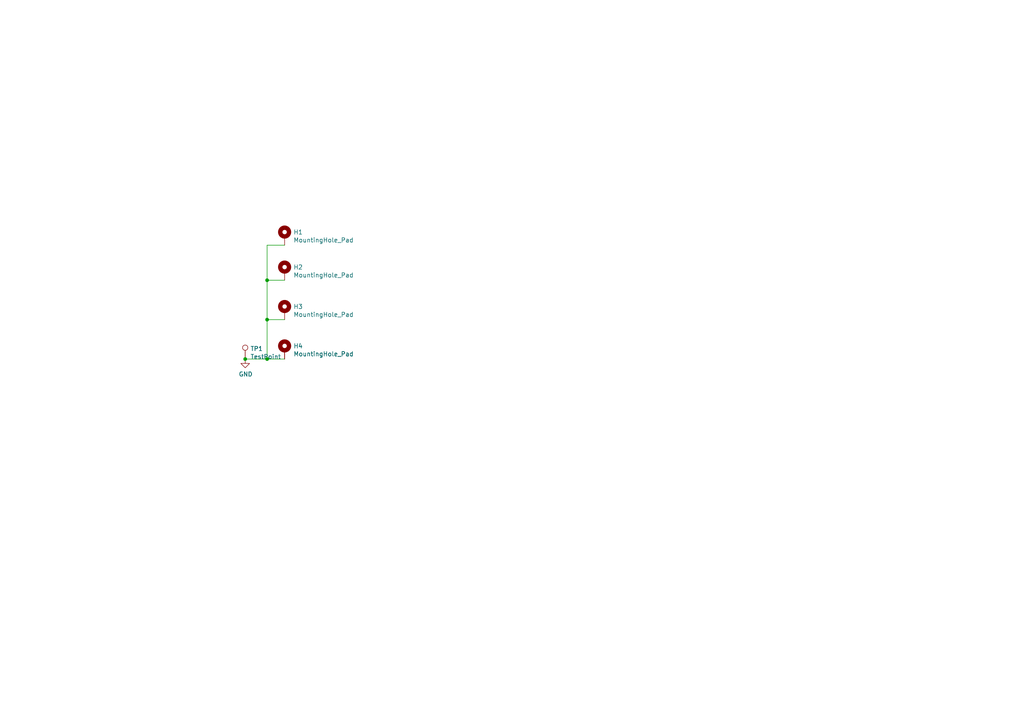
<source format=kicad_sch>
(kicad_sch (version 20230121) (generator eeschema)
  (paper "A4")
  (lib_symbols
    (symbol "Connector:TestPoint" (pin_numbers hide) (pin_names (offset 0.762) hide)
      (property "Reference" "TP" (at 0 6.858 0))
      (property "Value" "TestPoint" (at 0 5.08 0))
      (symbol "TestPoint_0_1"
        (circle (center 0 3.302) (radius 0.762))
      )
      (symbol "TestPoint_1_1"
        (pin passive line (at 0 0 90) (length 2.54) (name "1") (number "1"))
      )
    )
    (symbol "Mechanical:MountingHole_Pad" (pin_numbers hide) (pin_names (offset 1.016) hide)
      (property "Reference" "H" (at 0 6.35 0))
      (property "Value" "MountingHole_Pad" (at 0 4.445 0))
      (symbol "MountingHole_Pad_0_1"
        (circle (center 0 1.27) (radius 1.27) (stroke (width 1.27)))
      )
      (symbol "MountingHole_Pad_1_1"
        (pin input line (at 0 -2.54 90) (length 2.54) (name "1") (number "1"))
      )
    )
    (symbol "power:GND" (power) (pin_names (offset 0))
      (property "Value" "GND" (at 0 -3.81 0))
      (symbol "GND_0_1"
        (polyline (pts (xy 0 0) (xy 0 -1.27) (xy 1.27 -1.27) (xy 0 -2.54) (xy -1.27 -1.27) (xy 0 -1.27)))
      )
      (symbol "GND_1_1"
        (pin power_in line (at 0 0 270) (length 0) hide (name "GND") (number "1"))
      )
    )
  )
  (junction (at 77.47 92.71))
  (junction (at 71.12 104.14))
  (junction (at 77.47 104.14))
  (junction (at 77.47 81.28))
  (wire (pts (xy 82.55 71.12) (xy 77.47 71.12)))
  (wire (pts (xy 77.47 92.71) (xy 77.47 104.14)))
  (wire (pts (xy 82.55 81.28) (xy 77.47 81.28)))
  (wire (pts (xy 82.55 92.71) (xy 77.47 92.71)))
  (wire (pts (xy 77.47 71.12) (xy 77.47 81.28)))
  (wire (pts (xy 77.47 104.14) (xy 82.55 104.14)))
  (wire (pts (xy 77.47 81.28) (xy 77.47 92.71)))
  (wire (pts (xy 71.12 104.14) (xy 77.47 104.14)))
  (symbol (lib_id "power:GND") (at 71.12 104.14 0) (unit 1)
    (property "Reference" "#PWR0101" (effects hide))
    (property "Value" "GND" (at 71.247 108.5342 0))
  )
  (symbol (lib_id "Mechanical:MountingHole_Pad") (at 82.55 68.58 0) (unit 1)
    (property "Reference" "H1" (at 85.09 67.3354 0) (effects (justify left)))
    (property "Value" "MountingHole_Pad" (at 85.09 69.6468 0) (effects (justify left)))
    (property "Footprint" "MountingHole:MountingHole_3.2mm_M3_Pad_Via" (effects hide))
  )
  (symbol (lib_id "Mechanical:MountingHole_Pad") (at 82.55 78.74 0) (unit 1)
    (property "Reference" "H2" (at 85.09 77.4954 0) (effects (justify left)))
    (property "Value" "MountingHole_Pad" (at 85.09 79.8068 0) (effects (justify left)))
    (property "Footprint" "MountingHole:MountingHole_3.2mm_M3_Pad_Via" (effects hide))
  )
  (symbol (lib_id "Mechanical:MountingHole_Pad") (at 82.55 90.17 0) (unit 1)
    (property "Reference" "H3" (at 85.09 88.9254 0) (effects (justify left)))
    (property "Value" "MountingHole_Pad" (at 85.09 91.2368 0) (effects (justify left)))
    (property "Footprint" "MountingHole:MountingHole_3.2mm_M3_Pad_Via" (effects hide))
  )
  (symbol (lib_id "Mechanical:MountingHole_Pad") (at 82.55 101.6 0) (unit 1)
    (property "Reference" "H4" (at 85.09 100.3554 0) (effects (justify left)))
    (property "Value" "MountingHole_Pad" (at 85.09 102.6668 0) (effects (justify left)))
    (property "Footprint" "MountingHole:MountingHole_3.2mm_M3_Pad_Via" (effects hide))
  )
  (symbol (lib_id "Connector:TestPoint") (at 71.12 104.14 0) (unit 1)
    (property "Reference" "TP1" (at 72.5932 101.1428 0) (effects (justify left)))
    (property "Value" "TestPoint" (at 72.5932 103.4542 0) (effects (justify left)))
    (property "Footprint" "TestPoint:TestPoint_Pad_D4.0mm" (effects hide))
  )
)
</source>
